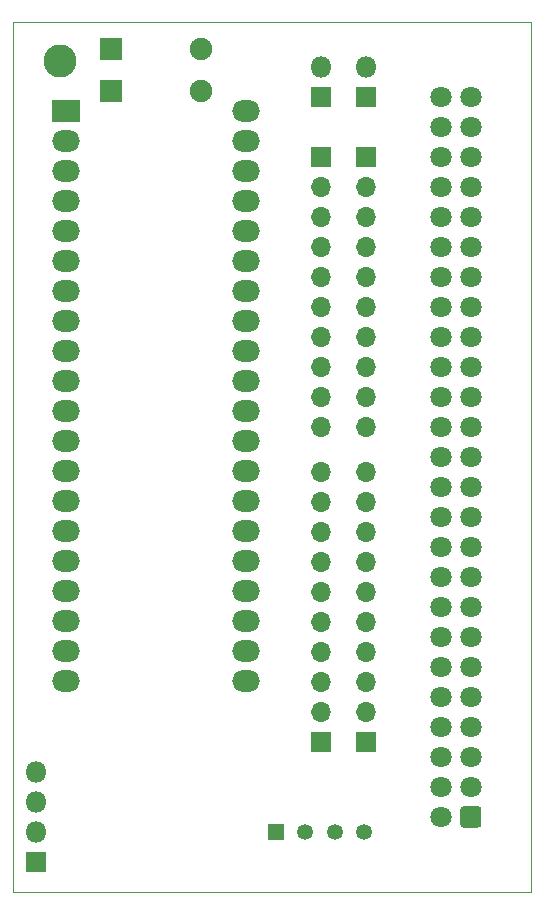
<source format=gbr>
%TF.GenerationSoftware,KiCad,Pcbnew,(5.1.6-0-10_14)*%
%TF.CreationDate,2021-03-30T09:57:07-05:00*%
%TF.ProjectId,bluepill_scsi,626c7565-7069-46c6-9c5f-736373692e6b,rev?*%
%TF.SameCoordinates,Original*%
%TF.FileFunction,Soldermask,Bot*%
%TF.FilePolarity,Negative*%
%FSLAX46Y46*%
G04 Gerber Fmt 4.6, Leading zero omitted, Abs format (unit mm)*
G04 Created by KiCad (PCBNEW (5.1.6-0-10_14)) date 2021-03-30 09:57:07*
%MOMM*%
%LPD*%
G01*
G04 APERTURE LIST*
%TA.AperFunction,Profile*%
%ADD10C,0.050000*%
%TD*%
%ADD11O,2.350000X1.827200*%
%ADD12R,2.350000X1.827200*%
%ADD13C,2.800000*%
%ADD14C,1.800000*%
%ADD15R,1.800000X1.800000*%
%ADD16O,1.800000X1.800000*%
%ADD17R,1.700000X1.700000*%
%ADD18O,1.700000X1.700000*%
%ADD19R,1.350000X1.350000*%
%ADD20C,1.350000*%
%ADD21R,1.900000X1.900000*%
%ADD22O,1.900000X1.900000*%
G04 APERTURE END LIST*
D10*
X71755000Y-149225000D02*
X71120000Y-149225000D01*
X71120000Y-147955000D02*
X71120000Y-149225000D01*
X114935000Y-149225000D02*
X71755000Y-149225000D01*
X114935000Y-147955000D02*
X114935000Y-149225000D01*
X114935000Y-75565000D02*
X71120000Y-75565000D01*
X114935000Y-147955000D02*
X114935000Y-75565000D01*
X71120000Y-147955000D02*
X71120000Y-75565000D01*
D11*
%TO.C,U1*%
X90805000Y-83083400D03*
X90805000Y-85674200D03*
X90805000Y-88214200D03*
X90805000Y-90754200D03*
X90805000Y-93294200D03*
X90805000Y-95834200D03*
X90805000Y-98374200D03*
X90805000Y-100914200D03*
X90805000Y-103454200D03*
X90805000Y-105994200D03*
X90805000Y-108534200D03*
X90805000Y-111074200D03*
X90805000Y-113614200D03*
X90805000Y-116154200D03*
X90805000Y-118694200D03*
X90805000Y-121234200D03*
X90805000Y-123774200D03*
X90805000Y-126314200D03*
X90805000Y-128854200D03*
X90805000Y-131394200D03*
X75565000Y-131394200D03*
X75565000Y-128854200D03*
X75565000Y-126314200D03*
X75565000Y-123774200D03*
X75565000Y-121234200D03*
X75565000Y-118694200D03*
X75565000Y-116154200D03*
X75565000Y-113614200D03*
X75565000Y-111074200D03*
X75565000Y-108534200D03*
X75565000Y-105994200D03*
X75565000Y-103454200D03*
X75565000Y-100914200D03*
X75565000Y-98374200D03*
X75565000Y-95834200D03*
X75565000Y-93294200D03*
X75565000Y-90754200D03*
X75565000Y-88214200D03*
X75565000Y-85674200D03*
D12*
X75565000Y-83134200D03*
%TD*%
D13*
%TO.C,H1*%
X75057000Y-78867000D03*
%TD*%
D14*
%TO.C,J2*%
X107315000Y-81915000D03*
X107315000Y-84455000D03*
X107315000Y-86995000D03*
X107315000Y-89535000D03*
X107315000Y-92075000D03*
X107315000Y-94615000D03*
X107315000Y-97155000D03*
X107315000Y-99695000D03*
X107315000Y-102235000D03*
X107315000Y-104775000D03*
X107315000Y-107315000D03*
X107315000Y-109855000D03*
X107315000Y-112395000D03*
X107315000Y-114935000D03*
X107315000Y-117475000D03*
X107315000Y-120015000D03*
X107315000Y-122555000D03*
X107315000Y-125095000D03*
X107315000Y-127635000D03*
X107315000Y-130175000D03*
X107315000Y-132715000D03*
X107315000Y-135255000D03*
X107315000Y-137795000D03*
X107315000Y-140335000D03*
X107315000Y-142875000D03*
X109855000Y-81915000D03*
X109855000Y-84455000D03*
X109855000Y-86995000D03*
X109855000Y-89535000D03*
X109855000Y-92075000D03*
X109855000Y-94615000D03*
X109855000Y-97155000D03*
X109855000Y-99695000D03*
X109855000Y-102235000D03*
X109855000Y-104775000D03*
X109855000Y-107315000D03*
X109855000Y-109855000D03*
X109855000Y-112395000D03*
X109855000Y-114935000D03*
X109855000Y-117475000D03*
X109855000Y-120015000D03*
X109855000Y-122555000D03*
X109855000Y-125095000D03*
X109855000Y-127635000D03*
X109855000Y-130175000D03*
X109855000Y-132715000D03*
X109855000Y-135255000D03*
X109855000Y-137795000D03*
X109855000Y-140335000D03*
G36*
G01*
X110755000Y-142239705D02*
X110755000Y-143510295D01*
G75*
G02*
X110490295Y-143775000I-264705J0D01*
G01*
X109219705Y-143775000D01*
G75*
G02*
X108955000Y-143510295I0J264705D01*
G01*
X108955000Y-142239705D01*
G75*
G02*
X109219705Y-141975000I264705J0D01*
G01*
X110490295Y-141975000D01*
G75*
G02*
X110755000Y-142239705I0J-264705D01*
G01*
G37*
%TD*%
D15*
%TO.C,JP1*%
X100965000Y-81915000D03*
D16*
X100965000Y-79375000D03*
%TD*%
%TO.C,JP2*%
X97155000Y-79375000D03*
D15*
X97155000Y-81915000D03*
%TD*%
D17*
%TO.C,RN1*%
X97155000Y-86995000D03*
D18*
X97155000Y-89535000D03*
X97155000Y-92075000D03*
X97155000Y-94615000D03*
X97155000Y-97155000D03*
X97155000Y-99695000D03*
X97155000Y-102235000D03*
X97155000Y-104775000D03*
X97155000Y-107315000D03*
X97155000Y-109855000D03*
%TD*%
D17*
%TO.C,RN2*%
X100965000Y-86995000D03*
D18*
X100965000Y-89535000D03*
X100965000Y-92075000D03*
X100965000Y-94615000D03*
X100965000Y-97155000D03*
X100965000Y-99695000D03*
X100965000Y-102235000D03*
X100965000Y-104775000D03*
X100965000Y-107315000D03*
X100965000Y-109855000D03*
%TD*%
%TO.C,RN3*%
X97155000Y-113665000D03*
X97155000Y-116205000D03*
X97155000Y-118745000D03*
X97155000Y-121285000D03*
X97155000Y-123825000D03*
X97155000Y-126365000D03*
X97155000Y-128905000D03*
X97155000Y-131445000D03*
X97155000Y-133985000D03*
D17*
X97155000Y-136525000D03*
%TD*%
D18*
%TO.C,RN4*%
X100965000Y-113665000D03*
X100965000Y-116205000D03*
X100965000Y-118745000D03*
X100965000Y-121285000D03*
X100965000Y-123825000D03*
X100965000Y-126365000D03*
X100965000Y-128905000D03*
X100965000Y-131445000D03*
X100965000Y-133985000D03*
D17*
X100965000Y-136525000D03*
%TD*%
D15*
%TO.C,J3*%
X73025000Y-146685000D03*
D16*
X73025000Y-144145000D03*
X73025000Y-141605000D03*
X73025000Y-139065000D03*
%TD*%
D19*
%TO.C,J4*%
X93345000Y-144145000D03*
D20*
X95845000Y-144145000D03*
X98345000Y-144145000D03*
X100845000Y-144145000D03*
%TD*%
D21*
%TO.C,D4*%
X79375000Y-77851000D03*
D22*
X86995000Y-77851000D03*
%TD*%
%TO.C,D5*%
X86995000Y-81407000D03*
D21*
X79375000Y-81407000D03*
%TD*%
M02*

</source>
